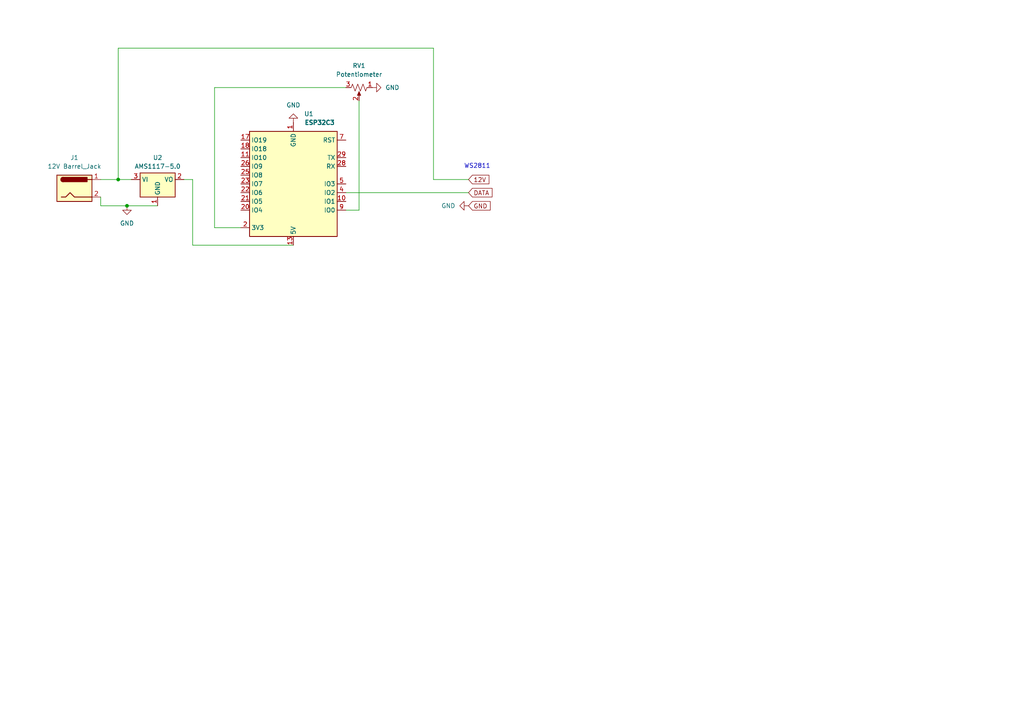
<source format=kicad_sch>
(kicad_sch (version 20250114) (generator "eeschema") (generator_version "9.0")
  (paper "A4")
  (lib_symbols
    (symbol "Connector:Barrel_Jack" (pin_names (offset 1.016))
      (property "Reference" "J" (at 0 5.334 0))
      (property "Value" "Barrel_Jack" (at 0 -5.08 0))
      (symbol "Barrel_Jack_0_1"
        (rectangle (start -5.08 3.81) (end 5.08 -3.81) (stroke (width 0.254)) (fill (type background)))
        (polyline (pts (xy -3.81 -2.54) (xy -2.54 -2.54) (xy -1.27 -1.27) (xy 0 -2.54) (xy 2.54 -2.54) (xy 5.08 -2.54)) (stroke (width 0.254)))
        (arc (start -3.302 1.905) (mid -3.9343 2.54) (end -3.302 3.175) (stroke (width 0.254)))
        (arc (start -3.302 1.905) (mid -3.9343 2.54) (end -3.302 3.175) (stroke (width 0.254)) (fill (type outline)))
        (rectangle (start 3.683 3.175) (end -3.302 1.905) (stroke (width 0.254)) (fill (type outline)))
        (polyline (pts (xy 5.08 2.54) (xy 3.81 2.54)) (stroke (width 0.254)))
      )
      (symbol "Barrel_Jack_1_1"
        (pin passive line (at 7.62 2.54 180) (length 2.54) (name "~") (number "1"))
        (pin passive line (at 7.62 -2.54 180) (length 2.54) (name "~") (number "2"))
      )
    )
    (symbol "Device:R_Potentiometer_US" (pin_names (offset 1.016) (hide yes))
      (property "Reference" "RV" (at -4.445 0 90))
      (property "Value" "R_Potentiometer_US" (at -2.54 0 90))
      (symbol "R_Potentiometer_US_0_1"
        (polyline (pts (xy 0 2.54) (xy 0 2.286)))
        (polyline (pts (xy 0 2.286) (xy 1.016 1.905) (xy 0 1.524) (xy -1.016 1.143) (xy 0 0.762)))
        (polyline (pts (xy 0 0.762) (xy 1.016 0.381) (xy 0 0) (xy -1.016 -0.381) (xy 0 -0.762)))
        (polyline (pts (xy 0 -0.762) (xy 1.016 -1.143) (xy 0 -1.524) (xy -1.016 -1.905) (xy 0 -2.286)))
        (polyline (pts (xy 0 -2.286) (xy 0 -2.54)))
        (polyline (pts (xy 1.143 0) (xy 2.286 0.508) (xy 2.286 -0.508) (xy 1.143 0)) (fill (type outline)))
        (polyline (pts (xy 2.54 0) (xy 1.524 0)))
      )
      (symbol "R_Potentiometer_US_1_1"
        (pin passive line (at 0 3.81 270) (length 1.27) (name "1") (number "1"))
        (pin passive line (at 0 -3.81 90) (length 1.27) (name "3") (number "3"))
        (pin passive line (at 3.81 0 180) (length 1.27) (name "2") (number "2"))
      )
    )
    (symbol "RF_Module:ESP32-C3-DevKitM-1"
      (property "Reference" "U" (at 7.62 16.51 0))
      (property "Value" "ESP32-C3-DevKitM-1" (at 11.684 -16.764 0))
      (symbol "ESP32-C3-DevKitM-1_1_1"
        (rectangle (start -12.7 15.24) (end 12.7 -15.24) (stroke (width 0.254)) (fill (type background)))
        (pin bidirectional line (at -15.24 7.62 0) (length 2.54) (name "IO0") (number "9"))
        (pin bidirectional line (at -15.24 5.08 0) (length 2.54) (name "IO1") (number "10"))
        (pin bidirectional line (at -15.24 2.54 0) (length 2.54) (name "IO2") (number "4"))
        (pin bidirectional line (at -15.24 0 0) (length 2.54) (name "IO3") (number "5"))
        (pin input line (at -15.24 -5.08 0) (length 2.54) (name "RX") (number "28"))
        (pin output line (at -15.24 -7.62 0) (length 2.54) (name "TX") (number "29"))
        (pin input line (at -15.24 -12.7 0) (length 2.54) (name "RST") (number "7"))
        (pin passive line (at 0 17.78 270) (length 2.54) (name "5V") (number "13"))
        (pin passive line (at 0 17.78 270) (length 2.54) (hide yes) (name "5V") (number "14"))
        (pin power_in line (at 0 -17.78 90) (length 2.54) (name "GND") (number "1"))
        (pin passive line (at 0 -17.78 90) (length 2.54) (hide yes) (name "GND") (number "12"))
        (pin passive line (at 0 -17.78 90) (length 2.54) (hide yes) (name "GND") (number "15"))
        (pin passive line (at 0 -17.78 90) (length 2.54) (hide yes) (name "GND") (number "16"))
        (pin passive line (at 0 -17.78 90) (length 2.54) (hide yes) (name "GND") (number "19"))
        (pin passive line (at 0 -17.78 90) (length 2.54) (hide yes) (name "GND") (number "24"))
        (pin passive line (at 0 -17.78 90) (length 2.54) (hide yes) (name "GND") (number "27"))
        (pin passive line (at 0 -17.78 90) (length 2.54) (hide yes) (name "GND") (number "30"))
        (pin passive line (at 0 -17.78 90) (length 2.54) (hide yes) (name "GND") (number "6"))
        (pin passive line (at 0 -17.78 90) (length 2.54) (hide yes) (name "GND") (number "8"))
        (pin power_out line (at 15.24 12.7 180) (length 2.54) (name "3V3") (number "2"))
        (pin passive line (at 15.24 12.7 180) (length 2.54) (hide yes) (name "3V3") (number "3"))
        (pin bidirectional line (at 15.24 7.62 180) (length 2.54) (name "IO4") (number "20"))
        (pin bidirectional line (at 15.24 5.08 180) (length 2.54) (name "IO5") (number "21"))
        (pin bidirectional line (at 15.24 2.54 180) (length 2.54) (name "IO6") (number "22"))
        (pin bidirectional line (at 15.24 0 180) (length 2.54) (name "IO7") (number "23"))
        (pin bidirectional line (at 15.24 -2.54 180) (length 2.54) (name "IO8") (number "25"))
        (pin bidirectional line (at 15.24 -5.08 180) (length 2.54) (name "IO9") (number "26"))
        (pin bidirectional line (at 15.24 -7.62 180) (length 2.54) (name "IO10") (number "11"))
        (pin bidirectional line (at 15.24 -10.16 180) (length 2.54) (name "IO18") (number "18"))
        (pin bidirectional line (at 15.24 -12.7 180) (length 2.54) (name "IO19") (number "17"))
      )
    )
    (symbol "Regulator_Linear:AMS1117-5.0"
      (property "Reference" "U" (at -3.81 3.175 0))
      (property "Value" "AMS1117-5.0" (at 0 3.175 0))
      (symbol "AMS1117-5.0_0_1"
        (rectangle (start -5.08 -5.08) (end 5.08 1.905) (stroke (width 0.254)) (fill (type background)))
      )
      (symbol "AMS1117-5.0_1_1"
        (pin power_in line (at -7.62 0 0) (length 2.54) (name "VI") (number "3"))
        (pin power_in line (at 0 -7.62 90) (length 2.54) (name "GND") (number "1"))
        (pin power_out line (at 7.62 0 180) (length 2.54) (name "VO") (number "2"))
      )
    )
    (symbol "power:GND" (power) (pin_numbers (hide yes)) (pin_names (offset 0) (hide yes))
      (property "Value" "GND" (at 0 -3.81 0))
      (symbol "GND_0_1"
        (polyline (pts (xy 0 0) (xy 0 -1.27) (xy 1.27 -1.27) (xy 0 -2.54) (xy -1.27 -1.27) (xy 0 -1.27)))
      )
      (symbol "GND_1_1"
        (pin power_in line (at 0 0 270) (length 0) (name "~") (number "1"))
      )
    )
  )
  (text "WS2811" (exclude_from_sim yes) (at 138.43 48.26 0) (effects (font (size 1.27 1.27))))
  (junction (at 36.83 59.69))
  (junction (at 34.29 52.07))
  (wire (pts (xy 29.21 57.15) (xy 29.21 59.69)))
  (wire (pts (xy 125.73 52.07) (xy 135.89 52.07)))
  (wire (pts (xy 55.88 71.12) (xy 85.09 71.12)))
  (wire (pts (xy 62.23 66.04) (xy 62.23 25.4)))
  (wire (pts (xy 104.14 29.21) (xy 104.14 60.96)))
  (wire (pts (xy 29.21 59.69) (xy 36.83 59.69)))
  (wire (pts (xy 36.83 59.69) (xy 45.72 59.69)))
  (wire (pts (xy 104.14 60.96) (xy 100.33 60.96)))
  (wire (pts (xy 62.23 25.4) (xy 100.33 25.4)))
  (wire (pts (xy 100.33 55.88) (xy 135.89 55.88)))
  (wire (pts (xy 34.29 52.07) (xy 38.1 52.07)))
  (wire (pts (xy 34.29 13.97) (xy 34.29 52.07)))
  (wire (pts (xy 53.34 52.07) (xy 55.88 52.07)))
  (wire (pts (xy 62.23 66.04) (xy 69.85 66.04)))
  (wire (pts (xy 125.73 52.07) (xy 125.73 13.97)))
  (wire (pts (xy 55.88 52.07) (xy 55.88 71.12)))
  (wire (pts (xy 125.73 13.97) (xy 34.29 13.97)))
  (wire (pts (xy 29.21 52.07) (xy 34.29 52.07)))
  (global_label "12V" (shape input) (at 135.89 52.07 0) (property "Intersheetrefs" "${INTERSHEET_REFS}" (effects (hide yes))))
  (global_label "GND" (shape input) (at 135.89 59.69 0) (property "Intersheetrefs" "${INTERSHEET_REFS}" (effects (hide yes))))
  (global_label "DATA" (shape input) (at 135.89 55.88 0) (property "Intersheetrefs" "${INTERSHEET_REFS}" (effects (hide yes))))
  (symbol (lib_id "power:GND") (at 85.09 35.56 180) (unit 1)
    (property "Reference" "#PWR01" (effects (hide yes)))
    (property "Value" "GND" (at 85.09 30.48 0))
    (property "Description" "Power symbol creates a global label with name \"GND\" , ground" (effects (hide yes)))
  )
  (symbol (lib_id "power:GND") (at 135.89 59.69 270) (unit 1)
    (property "Reference" "#PWR02" (effects (hide yes)))
    (property "Value" "GND" (at 132.08 59.6899 90) (effects (justify right)))
    (property "Description" "Power symbol creates a global label with name \"GND\" , ground" (effects (hide yes)))
  )
  (symbol (lib_id "power:GND") (at 36.83 59.69 0) (unit 1)
    (property "Reference" "#PWR04" (effects (hide yes)))
    (property "Value" "GND" (at 36.83 64.77 0))
    (property "Description" "Power symbol creates a global label with name \"GND\" , ground" (effects (hide yes)))
  )
  (symbol (lib_id "power:GND") (at 107.95 25.4 90) (unit 1)
    (property "Reference" "#PWR03" (effects (hide yes)))
    (property "Value" "GND" (at 111.76 25.3999 90) (effects (justify right)))
    (property "Description" "Power symbol creates a global label with name \"GND\" , ground" (effects (hide yes)))
  )
  (symbol (lib_id "Regulator_Linear:AMS1117-5.0") (at 45.72 52.07 0) (unit 1)
    (property "Reference" "U2" (at 45.72 45.72 0))
    (property "Value" "AMS1117-5.0" (at 45.72 48.26 0))
    (property "Footprint" "Package_TO_SOT_SMD:SOT-223-3_TabPin2" (effects (hide yes)))
    (property "Datasheet" "http://www.advanced-monolithic.com/pdf/ds1117.pdf" (effects (hide yes)))
    (property "Description" "1A Low Dropout regulator, positive, 5.0V fixed output, SOT-223" (effects (hide yes)))
  )
  (symbol (lib_id "RF_Module:ESP32-C3-DevKitM-1") (at 85.09 53.34 180) (unit 1)
    (property "Reference" "U1" (at 88.2081 33.02 0) (effects (justify right)))
    (property "Value" "ESP32C3" (at 88.2081 35.56 0) (effects (font (thickness 0.254) (bold yes)) (justify right)))
    (property "Footprint" "RF_Module:ESP32-C3-DevKitM-1" (effects (hide yes)))
    (property "Datasheet" "https://docs.espressif.com/projects/esp-idf/en/latest/esp32c3/hw-reference/esp32c3/user-guide-devkitm-1.html" (effects (hide yes)))
    (property "Description" "Development board featuring ESP32-C3-MINI-1 module" (effects (hide yes)))
  )
  (symbol (lib_id "Connector:Barrel_Jack") (at 21.59 54.61 0) (unit 1)
    (property "Reference" "J1" (at 21.59 45.72 0))
    (property "Value" "12V Barrel_Jack" (at 21.59 48.26 0))
    (property "Description" "DC Barrel Jack" (effects (hide yes)))
  )
  (symbol (lib_id "Device:R_Potentiometer_US") (at 104.14 25.4 270) (unit 1)
    (property "Reference" "RV1" (at 104.14 19.05 90))
    (property "Value" "Potentiometer" (at 104.14 21.59 90))
    (property "Description" "Potentiometer, US symbol" (effects (hide yes)))
  )
)
</source>
